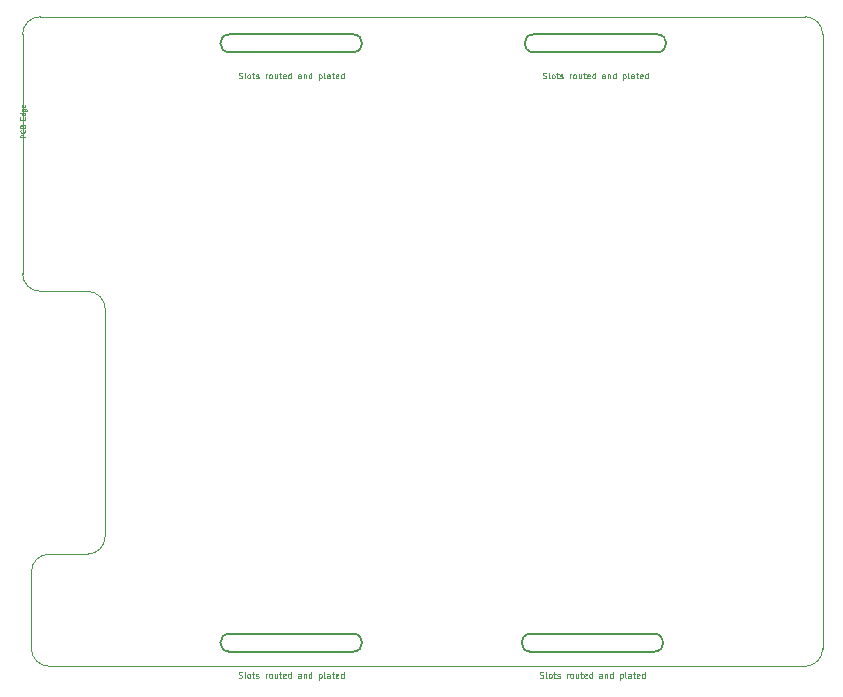
<source format=gbr>
%TF.GenerationSoftware,KiCad,Pcbnew,(5.1.0-0)*%
%TF.CreationDate,2019-05-08T03:50:09+02:00*%
%TF.ProjectId,VFD_Watch,5646445f-5761-4746-9368-2e6b69636164,rev?*%
%TF.SameCoordinates,Original*%
%TF.FileFunction,Drawing*%
%FSLAX46Y46*%
G04 Gerber Fmt 4.6, Leading zero omitted, Abs format (unit mm)*
G04 Created by KiCad (PCBNEW (5.1.0-0)) date 2019-05-08 03:50:09*
%MOMM*%
%LPD*%
G04 APERTURE LIST*
%ADD10C,0.050000*%
%ADD11C,0.150000*%
%ADD12C,0.100000*%
%ADD13C,0.040000*%
G04 APERTURE END LIST*
D10*
X93750000Y-117000000D02*
G75*
G02X92250000Y-118500000I-1500000J0D01*
G01*
X92250000Y-96250000D02*
G75*
G02X93750000Y-97750000I0J-1500000D01*
G01*
X88250000Y-96250000D02*
G75*
G02X86750000Y-94750000I0J1500000D01*
G01*
X87500000Y-120000000D02*
G75*
G02X89000000Y-118500000I1500000J0D01*
G01*
X89000000Y-128000000D02*
G75*
G02X87500000Y-126500000I0J1500000D01*
G01*
X154500000Y-126500000D02*
G75*
G02X153000000Y-128000000I-1500000J0D01*
G01*
X153000000Y-73000000D02*
G75*
G02X154500000Y-74500000I0J-1500000D01*
G01*
X86750000Y-74500000D02*
G75*
G02X88250000Y-73000000I1500000J0D01*
G01*
X87500000Y-120000000D02*
X87500000Y-126500000D01*
X92250000Y-118500000D02*
X89000000Y-118500000D01*
X93750000Y-97750000D02*
X93750000Y-117000000D01*
X88250000Y-96250000D02*
X92250000Y-96250000D01*
X86750000Y-76750000D02*
X86750000Y-94750000D01*
X86750000Y-74500000D02*
X86750000Y-76750000D01*
X153000000Y-73000000D02*
X88250000Y-73000000D01*
X154500000Y-74500000D02*
X154500000Y-126500000D01*
X89000000Y-128000000D02*
X153000000Y-128000000D01*
D11*
X140500000Y-76000000D02*
X130000000Y-76000000D01*
X130000000Y-74500000D02*
X140500000Y-74500000D01*
X140500000Y-74500000D02*
G75*
G02X140500000Y-76000000I0J-750000D01*
G01*
X130000000Y-76000000D02*
G75*
G02X130000000Y-74500000I0J750000D01*
G01*
X114750000Y-76000000D02*
X104250000Y-76000000D01*
X104250000Y-74500000D02*
X114750000Y-74500000D01*
X114750000Y-74500000D02*
G75*
G02X114750000Y-76000000I0J-750000D01*
G01*
X104250000Y-76000000D02*
G75*
G02X104250000Y-74500000I0J750000D01*
G01*
X140250000Y-126750000D02*
X129750000Y-126750000D01*
X129750000Y-125250000D02*
X140250000Y-125250000D01*
X140250000Y-125250000D02*
G75*
G02X140250000Y-126750000I0J-750000D01*
G01*
X129750000Y-126750000D02*
G75*
G02X129750000Y-125250000I0J750000D01*
G01*
X114750000Y-126750000D02*
X104250000Y-126750000D01*
X104250000Y-125250000D02*
X114750000Y-125250000D01*
X114750000Y-125250000D02*
G75*
G02X114750000Y-126750000I0J-750000D01*
G01*
X104250000Y-126750000D02*
G75*
G02X104250000Y-125250000I0J750000D01*
G01*
D12*
X130797619Y-78202380D02*
X130869047Y-78226190D01*
X130988095Y-78226190D01*
X131035714Y-78202380D01*
X131059523Y-78178571D01*
X131083333Y-78130952D01*
X131083333Y-78083333D01*
X131059523Y-78035714D01*
X131035714Y-78011904D01*
X130988095Y-77988095D01*
X130892857Y-77964285D01*
X130845238Y-77940476D01*
X130821428Y-77916666D01*
X130797619Y-77869047D01*
X130797619Y-77821428D01*
X130821428Y-77773809D01*
X130845238Y-77750000D01*
X130892857Y-77726190D01*
X131011904Y-77726190D01*
X131083333Y-77750000D01*
X131369047Y-78226190D02*
X131321428Y-78202380D01*
X131297619Y-78154761D01*
X131297619Y-77726190D01*
X131630952Y-78226190D02*
X131583333Y-78202380D01*
X131559523Y-78178571D01*
X131535714Y-78130952D01*
X131535714Y-77988095D01*
X131559523Y-77940476D01*
X131583333Y-77916666D01*
X131630952Y-77892857D01*
X131702380Y-77892857D01*
X131750000Y-77916666D01*
X131773809Y-77940476D01*
X131797619Y-77988095D01*
X131797619Y-78130952D01*
X131773809Y-78178571D01*
X131750000Y-78202380D01*
X131702380Y-78226190D01*
X131630952Y-78226190D01*
X131940476Y-77892857D02*
X132130952Y-77892857D01*
X132011904Y-77726190D02*
X132011904Y-78154761D01*
X132035714Y-78202380D01*
X132083333Y-78226190D01*
X132130952Y-78226190D01*
X132273809Y-78202380D02*
X132321428Y-78226190D01*
X132416666Y-78226190D01*
X132464285Y-78202380D01*
X132488095Y-78154761D01*
X132488095Y-78130952D01*
X132464285Y-78083333D01*
X132416666Y-78059523D01*
X132345238Y-78059523D01*
X132297619Y-78035714D01*
X132273809Y-77988095D01*
X132273809Y-77964285D01*
X132297619Y-77916666D01*
X132345238Y-77892857D01*
X132416666Y-77892857D01*
X132464285Y-77916666D01*
X133083333Y-78226190D02*
X133083333Y-77892857D01*
X133083333Y-77988095D02*
X133107142Y-77940476D01*
X133130952Y-77916666D01*
X133178571Y-77892857D01*
X133226190Y-77892857D01*
X133464285Y-78226190D02*
X133416666Y-78202380D01*
X133392857Y-78178571D01*
X133369047Y-78130952D01*
X133369047Y-77988095D01*
X133392857Y-77940476D01*
X133416666Y-77916666D01*
X133464285Y-77892857D01*
X133535714Y-77892857D01*
X133583333Y-77916666D01*
X133607142Y-77940476D01*
X133630952Y-77988095D01*
X133630952Y-78130952D01*
X133607142Y-78178571D01*
X133583333Y-78202380D01*
X133535714Y-78226190D01*
X133464285Y-78226190D01*
X134059523Y-77892857D02*
X134059523Y-78226190D01*
X133845238Y-77892857D02*
X133845238Y-78154761D01*
X133869047Y-78202380D01*
X133916666Y-78226190D01*
X133988095Y-78226190D01*
X134035714Y-78202380D01*
X134059523Y-78178571D01*
X134226190Y-77892857D02*
X134416666Y-77892857D01*
X134297619Y-77726190D02*
X134297619Y-78154761D01*
X134321428Y-78202380D01*
X134369047Y-78226190D01*
X134416666Y-78226190D01*
X134773809Y-78202380D02*
X134726190Y-78226190D01*
X134630952Y-78226190D01*
X134583333Y-78202380D01*
X134559523Y-78154761D01*
X134559523Y-77964285D01*
X134583333Y-77916666D01*
X134630952Y-77892857D01*
X134726190Y-77892857D01*
X134773809Y-77916666D01*
X134797619Y-77964285D01*
X134797619Y-78011904D01*
X134559523Y-78059523D01*
X135226190Y-78226190D02*
X135226190Y-77726190D01*
X135226190Y-78202380D02*
X135178571Y-78226190D01*
X135083333Y-78226190D01*
X135035714Y-78202380D01*
X135011904Y-78178571D01*
X134988095Y-78130952D01*
X134988095Y-77988095D01*
X135011904Y-77940476D01*
X135035714Y-77916666D01*
X135083333Y-77892857D01*
X135178571Y-77892857D01*
X135226190Y-77916666D01*
X136059523Y-78226190D02*
X136059523Y-77964285D01*
X136035714Y-77916666D01*
X135988095Y-77892857D01*
X135892857Y-77892857D01*
X135845238Y-77916666D01*
X136059523Y-78202380D02*
X136011904Y-78226190D01*
X135892857Y-78226190D01*
X135845238Y-78202380D01*
X135821428Y-78154761D01*
X135821428Y-78107142D01*
X135845238Y-78059523D01*
X135892857Y-78035714D01*
X136011904Y-78035714D01*
X136059523Y-78011904D01*
X136297619Y-77892857D02*
X136297619Y-78226190D01*
X136297619Y-77940476D02*
X136321428Y-77916666D01*
X136369047Y-77892857D01*
X136440476Y-77892857D01*
X136488095Y-77916666D01*
X136511904Y-77964285D01*
X136511904Y-78226190D01*
X136964285Y-78226190D02*
X136964285Y-77726190D01*
X136964285Y-78202380D02*
X136916666Y-78226190D01*
X136821428Y-78226190D01*
X136773809Y-78202380D01*
X136750000Y-78178571D01*
X136726190Y-78130952D01*
X136726190Y-77988095D01*
X136750000Y-77940476D01*
X136773809Y-77916666D01*
X136821428Y-77892857D01*
X136916666Y-77892857D01*
X136964285Y-77916666D01*
X137583333Y-77892857D02*
X137583333Y-78392857D01*
X137583333Y-77916666D02*
X137630952Y-77892857D01*
X137726190Y-77892857D01*
X137773809Y-77916666D01*
X137797619Y-77940476D01*
X137821428Y-77988095D01*
X137821428Y-78130952D01*
X137797619Y-78178571D01*
X137773809Y-78202380D01*
X137726190Y-78226190D01*
X137630952Y-78226190D01*
X137583333Y-78202380D01*
X138107142Y-78226190D02*
X138059523Y-78202380D01*
X138035714Y-78154761D01*
X138035714Y-77726190D01*
X138511904Y-78226190D02*
X138511904Y-77964285D01*
X138488095Y-77916666D01*
X138440476Y-77892857D01*
X138345238Y-77892857D01*
X138297619Y-77916666D01*
X138511904Y-78202380D02*
X138464285Y-78226190D01*
X138345238Y-78226190D01*
X138297619Y-78202380D01*
X138273809Y-78154761D01*
X138273809Y-78107142D01*
X138297619Y-78059523D01*
X138345238Y-78035714D01*
X138464285Y-78035714D01*
X138511904Y-78011904D01*
X138678571Y-77892857D02*
X138869047Y-77892857D01*
X138750000Y-77726190D02*
X138750000Y-78154761D01*
X138773809Y-78202380D01*
X138821428Y-78226190D01*
X138869047Y-78226190D01*
X139226190Y-78202380D02*
X139178571Y-78226190D01*
X139083333Y-78226190D01*
X139035714Y-78202380D01*
X139011904Y-78154761D01*
X139011904Y-77964285D01*
X139035714Y-77916666D01*
X139083333Y-77892857D01*
X139178571Y-77892857D01*
X139226190Y-77916666D01*
X139250000Y-77964285D01*
X139250000Y-78011904D01*
X139011904Y-78059523D01*
X139678571Y-78226190D02*
X139678571Y-77726190D01*
X139678571Y-78202380D02*
X139630952Y-78226190D01*
X139535714Y-78226190D01*
X139488095Y-78202380D01*
X139464285Y-78178571D01*
X139440476Y-78130952D01*
X139440476Y-77988095D01*
X139464285Y-77940476D01*
X139488095Y-77916666D01*
X139535714Y-77892857D01*
X139630952Y-77892857D01*
X139678571Y-77916666D01*
X105047619Y-78202380D02*
X105119047Y-78226190D01*
X105238095Y-78226190D01*
X105285714Y-78202380D01*
X105309523Y-78178571D01*
X105333333Y-78130952D01*
X105333333Y-78083333D01*
X105309523Y-78035714D01*
X105285714Y-78011904D01*
X105238095Y-77988095D01*
X105142857Y-77964285D01*
X105095238Y-77940476D01*
X105071428Y-77916666D01*
X105047619Y-77869047D01*
X105047619Y-77821428D01*
X105071428Y-77773809D01*
X105095238Y-77750000D01*
X105142857Y-77726190D01*
X105261904Y-77726190D01*
X105333333Y-77750000D01*
X105619047Y-78226190D02*
X105571428Y-78202380D01*
X105547619Y-78154761D01*
X105547619Y-77726190D01*
X105880952Y-78226190D02*
X105833333Y-78202380D01*
X105809523Y-78178571D01*
X105785714Y-78130952D01*
X105785714Y-77988095D01*
X105809523Y-77940476D01*
X105833333Y-77916666D01*
X105880952Y-77892857D01*
X105952380Y-77892857D01*
X106000000Y-77916666D01*
X106023809Y-77940476D01*
X106047619Y-77988095D01*
X106047619Y-78130952D01*
X106023809Y-78178571D01*
X106000000Y-78202380D01*
X105952380Y-78226190D01*
X105880952Y-78226190D01*
X106190476Y-77892857D02*
X106380952Y-77892857D01*
X106261904Y-77726190D02*
X106261904Y-78154761D01*
X106285714Y-78202380D01*
X106333333Y-78226190D01*
X106380952Y-78226190D01*
X106523809Y-78202380D02*
X106571428Y-78226190D01*
X106666666Y-78226190D01*
X106714285Y-78202380D01*
X106738095Y-78154761D01*
X106738095Y-78130952D01*
X106714285Y-78083333D01*
X106666666Y-78059523D01*
X106595238Y-78059523D01*
X106547619Y-78035714D01*
X106523809Y-77988095D01*
X106523809Y-77964285D01*
X106547619Y-77916666D01*
X106595238Y-77892857D01*
X106666666Y-77892857D01*
X106714285Y-77916666D01*
X107333333Y-78226190D02*
X107333333Y-77892857D01*
X107333333Y-77988095D02*
X107357142Y-77940476D01*
X107380952Y-77916666D01*
X107428571Y-77892857D01*
X107476190Y-77892857D01*
X107714285Y-78226190D02*
X107666666Y-78202380D01*
X107642857Y-78178571D01*
X107619047Y-78130952D01*
X107619047Y-77988095D01*
X107642857Y-77940476D01*
X107666666Y-77916666D01*
X107714285Y-77892857D01*
X107785714Y-77892857D01*
X107833333Y-77916666D01*
X107857142Y-77940476D01*
X107880952Y-77988095D01*
X107880952Y-78130952D01*
X107857142Y-78178571D01*
X107833333Y-78202380D01*
X107785714Y-78226190D01*
X107714285Y-78226190D01*
X108309523Y-77892857D02*
X108309523Y-78226190D01*
X108095238Y-77892857D02*
X108095238Y-78154761D01*
X108119047Y-78202380D01*
X108166666Y-78226190D01*
X108238095Y-78226190D01*
X108285714Y-78202380D01*
X108309523Y-78178571D01*
X108476190Y-77892857D02*
X108666666Y-77892857D01*
X108547619Y-77726190D02*
X108547619Y-78154761D01*
X108571428Y-78202380D01*
X108619047Y-78226190D01*
X108666666Y-78226190D01*
X109023809Y-78202380D02*
X108976190Y-78226190D01*
X108880952Y-78226190D01*
X108833333Y-78202380D01*
X108809523Y-78154761D01*
X108809523Y-77964285D01*
X108833333Y-77916666D01*
X108880952Y-77892857D01*
X108976190Y-77892857D01*
X109023809Y-77916666D01*
X109047619Y-77964285D01*
X109047619Y-78011904D01*
X108809523Y-78059523D01*
X109476190Y-78226190D02*
X109476190Y-77726190D01*
X109476190Y-78202380D02*
X109428571Y-78226190D01*
X109333333Y-78226190D01*
X109285714Y-78202380D01*
X109261904Y-78178571D01*
X109238095Y-78130952D01*
X109238095Y-77988095D01*
X109261904Y-77940476D01*
X109285714Y-77916666D01*
X109333333Y-77892857D01*
X109428571Y-77892857D01*
X109476190Y-77916666D01*
X110309523Y-78226190D02*
X110309523Y-77964285D01*
X110285714Y-77916666D01*
X110238095Y-77892857D01*
X110142857Y-77892857D01*
X110095238Y-77916666D01*
X110309523Y-78202380D02*
X110261904Y-78226190D01*
X110142857Y-78226190D01*
X110095238Y-78202380D01*
X110071428Y-78154761D01*
X110071428Y-78107142D01*
X110095238Y-78059523D01*
X110142857Y-78035714D01*
X110261904Y-78035714D01*
X110309523Y-78011904D01*
X110547619Y-77892857D02*
X110547619Y-78226190D01*
X110547619Y-77940476D02*
X110571428Y-77916666D01*
X110619047Y-77892857D01*
X110690476Y-77892857D01*
X110738095Y-77916666D01*
X110761904Y-77964285D01*
X110761904Y-78226190D01*
X111214285Y-78226190D02*
X111214285Y-77726190D01*
X111214285Y-78202380D02*
X111166666Y-78226190D01*
X111071428Y-78226190D01*
X111023809Y-78202380D01*
X111000000Y-78178571D01*
X110976190Y-78130952D01*
X110976190Y-77988095D01*
X111000000Y-77940476D01*
X111023809Y-77916666D01*
X111071428Y-77892857D01*
X111166666Y-77892857D01*
X111214285Y-77916666D01*
X111833333Y-77892857D02*
X111833333Y-78392857D01*
X111833333Y-77916666D02*
X111880952Y-77892857D01*
X111976190Y-77892857D01*
X112023809Y-77916666D01*
X112047619Y-77940476D01*
X112071428Y-77988095D01*
X112071428Y-78130952D01*
X112047619Y-78178571D01*
X112023809Y-78202380D01*
X111976190Y-78226190D01*
X111880952Y-78226190D01*
X111833333Y-78202380D01*
X112357142Y-78226190D02*
X112309523Y-78202380D01*
X112285714Y-78154761D01*
X112285714Y-77726190D01*
X112761904Y-78226190D02*
X112761904Y-77964285D01*
X112738095Y-77916666D01*
X112690476Y-77892857D01*
X112595238Y-77892857D01*
X112547619Y-77916666D01*
X112761904Y-78202380D02*
X112714285Y-78226190D01*
X112595238Y-78226190D01*
X112547619Y-78202380D01*
X112523809Y-78154761D01*
X112523809Y-78107142D01*
X112547619Y-78059523D01*
X112595238Y-78035714D01*
X112714285Y-78035714D01*
X112761904Y-78011904D01*
X112928571Y-77892857D02*
X113119047Y-77892857D01*
X113000000Y-77726190D02*
X113000000Y-78154761D01*
X113023809Y-78202380D01*
X113071428Y-78226190D01*
X113119047Y-78226190D01*
X113476190Y-78202380D02*
X113428571Y-78226190D01*
X113333333Y-78226190D01*
X113285714Y-78202380D01*
X113261904Y-78154761D01*
X113261904Y-77964285D01*
X113285714Y-77916666D01*
X113333333Y-77892857D01*
X113428571Y-77892857D01*
X113476190Y-77916666D01*
X113500000Y-77964285D01*
X113500000Y-78011904D01*
X113261904Y-78059523D01*
X113928571Y-78226190D02*
X113928571Y-77726190D01*
X113928571Y-78202380D02*
X113880952Y-78226190D01*
X113785714Y-78226190D01*
X113738095Y-78202380D01*
X113714285Y-78178571D01*
X113690476Y-78130952D01*
X113690476Y-77988095D01*
X113714285Y-77940476D01*
X113738095Y-77916666D01*
X113785714Y-77892857D01*
X113880952Y-77892857D01*
X113928571Y-77916666D01*
X130547619Y-128952380D02*
X130619047Y-128976190D01*
X130738095Y-128976190D01*
X130785714Y-128952380D01*
X130809523Y-128928571D01*
X130833333Y-128880952D01*
X130833333Y-128833333D01*
X130809523Y-128785714D01*
X130785714Y-128761904D01*
X130738095Y-128738095D01*
X130642857Y-128714285D01*
X130595238Y-128690476D01*
X130571428Y-128666666D01*
X130547619Y-128619047D01*
X130547619Y-128571428D01*
X130571428Y-128523809D01*
X130595238Y-128500000D01*
X130642857Y-128476190D01*
X130761904Y-128476190D01*
X130833333Y-128500000D01*
X131119047Y-128976190D02*
X131071428Y-128952380D01*
X131047619Y-128904761D01*
X131047619Y-128476190D01*
X131380952Y-128976190D02*
X131333333Y-128952380D01*
X131309523Y-128928571D01*
X131285714Y-128880952D01*
X131285714Y-128738095D01*
X131309523Y-128690476D01*
X131333333Y-128666666D01*
X131380952Y-128642857D01*
X131452380Y-128642857D01*
X131500000Y-128666666D01*
X131523809Y-128690476D01*
X131547619Y-128738095D01*
X131547619Y-128880952D01*
X131523809Y-128928571D01*
X131500000Y-128952380D01*
X131452380Y-128976190D01*
X131380952Y-128976190D01*
X131690476Y-128642857D02*
X131880952Y-128642857D01*
X131761904Y-128476190D02*
X131761904Y-128904761D01*
X131785714Y-128952380D01*
X131833333Y-128976190D01*
X131880952Y-128976190D01*
X132023809Y-128952380D02*
X132071428Y-128976190D01*
X132166666Y-128976190D01*
X132214285Y-128952380D01*
X132238095Y-128904761D01*
X132238095Y-128880952D01*
X132214285Y-128833333D01*
X132166666Y-128809523D01*
X132095238Y-128809523D01*
X132047619Y-128785714D01*
X132023809Y-128738095D01*
X132023809Y-128714285D01*
X132047619Y-128666666D01*
X132095238Y-128642857D01*
X132166666Y-128642857D01*
X132214285Y-128666666D01*
X132833333Y-128976190D02*
X132833333Y-128642857D01*
X132833333Y-128738095D02*
X132857142Y-128690476D01*
X132880952Y-128666666D01*
X132928571Y-128642857D01*
X132976190Y-128642857D01*
X133214285Y-128976190D02*
X133166666Y-128952380D01*
X133142857Y-128928571D01*
X133119047Y-128880952D01*
X133119047Y-128738095D01*
X133142857Y-128690476D01*
X133166666Y-128666666D01*
X133214285Y-128642857D01*
X133285714Y-128642857D01*
X133333333Y-128666666D01*
X133357142Y-128690476D01*
X133380952Y-128738095D01*
X133380952Y-128880952D01*
X133357142Y-128928571D01*
X133333333Y-128952380D01*
X133285714Y-128976190D01*
X133214285Y-128976190D01*
X133809523Y-128642857D02*
X133809523Y-128976190D01*
X133595238Y-128642857D02*
X133595238Y-128904761D01*
X133619047Y-128952380D01*
X133666666Y-128976190D01*
X133738095Y-128976190D01*
X133785714Y-128952380D01*
X133809523Y-128928571D01*
X133976190Y-128642857D02*
X134166666Y-128642857D01*
X134047619Y-128476190D02*
X134047619Y-128904761D01*
X134071428Y-128952380D01*
X134119047Y-128976190D01*
X134166666Y-128976190D01*
X134523809Y-128952380D02*
X134476190Y-128976190D01*
X134380952Y-128976190D01*
X134333333Y-128952380D01*
X134309523Y-128904761D01*
X134309523Y-128714285D01*
X134333333Y-128666666D01*
X134380952Y-128642857D01*
X134476190Y-128642857D01*
X134523809Y-128666666D01*
X134547619Y-128714285D01*
X134547619Y-128761904D01*
X134309523Y-128809523D01*
X134976190Y-128976190D02*
X134976190Y-128476190D01*
X134976190Y-128952380D02*
X134928571Y-128976190D01*
X134833333Y-128976190D01*
X134785714Y-128952380D01*
X134761904Y-128928571D01*
X134738095Y-128880952D01*
X134738095Y-128738095D01*
X134761904Y-128690476D01*
X134785714Y-128666666D01*
X134833333Y-128642857D01*
X134928571Y-128642857D01*
X134976190Y-128666666D01*
X135809523Y-128976190D02*
X135809523Y-128714285D01*
X135785714Y-128666666D01*
X135738095Y-128642857D01*
X135642857Y-128642857D01*
X135595238Y-128666666D01*
X135809523Y-128952380D02*
X135761904Y-128976190D01*
X135642857Y-128976190D01*
X135595238Y-128952380D01*
X135571428Y-128904761D01*
X135571428Y-128857142D01*
X135595238Y-128809523D01*
X135642857Y-128785714D01*
X135761904Y-128785714D01*
X135809523Y-128761904D01*
X136047619Y-128642857D02*
X136047619Y-128976190D01*
X136047619Y-128690476D02*
X136071428Y-128666666D01*
X136119047Y-128642857D01*
X136190476Y-128642857D01*
X136238095Y-128666666D01*
X136261904Y-128714285D01*
X136261904Y-128976190D01*
X136714285Y-128976190D02*
X136714285Y-128476190D01*
X136714285Y-128952380D02*
X136666666Y-128976190D01*
X136571428Y-128976190D01*
X136523809Y-128952380D01*
X136500000Y-128928571D01*
X136476190Y-128880952D01*
X136476190Y-128738095D01*
X136500000Y-128690476D01*
X136523809Y-128666666D01*
X136571428Y-128642857D01*
X136666666Y-128642857D01*
X136714285Y-128666666D01*
X137333333Y-128642857D02*
X137333333Y-129142857D01*
X137333333Y-128666666D02*
X137380952Y-128642857D01*
X137476190Y-128642857D01*
X137523809Y-128666666D01*
X137547619Y-128690476D01*
X137571428Y-128738095D01*
X137571428Y-128880952D01*
X137547619Y-128928571D01*
X137523809Y-128952380D01*
X137476190Y-128976190D01*
X137380952Y-128976190D01*
X137333333Y-128952380D01*
X137857142Y-128976190D02*
X137809523Y-128952380D01*
X137785714Y-128904761D01*
X137785714Y-128476190D01*
X138261904Y-128976190D02*
X138261904Y-128714285D01*
X138238095Y-128666666D01*
X138190476Y-128642857D01*
X138095238Y-128642857D01*
X138047619Y-128666666D01*
X138261904Y-128952380D02*
X138214285Y-128976190D01*
X138095238Y-128976190D01*
X138047619Y-128952380D01*
X138023809Y-128904761D01*
X138023809Y-128857142D01*
X138047619Y-128809523D01*
X138095238Y-128785714D01*
X138214285Y-128785714D01*
X138261904Y-128761904D01*
X138428571Y-128642857D02*
X138619047Y-128642857D01*
X138500000Y-128476190D02*
X138500000Y-128904761D01*
X138523809Y-128952380D01*
X138571428Y-128976190D01*
X138619047Y-128976190D01*
X138976190Y-128952380D02*
X138928571Y-128976190D01*
X138833333Y-128976190D01*
X138785714Y-128952380D01*
X138761904Y-128904761D01*
X138761904Y-128714285D01*
X138785714Y-128666666D01*
X138833333Y-128642857D01*
X138928571Y-128642857D01*
X138976190Y-128666666D01*
X139000000Y-128714285D01*
X139000000Y-128761904D01*
X138761904Y-128809523D01*
X139428571Y-128976190D02*
X139428571Y-128476190D01*
X139428571Y-128952380D02*
X139380952Y-128976190D01*
X139285714Y-128976190D01*
X139238095Y-128952380D01*
X139214285Y-128928571D01*
X139190476Y-128880952D01*
X139190476Y-128738095D01*
X139214285Y-128690476D01*
X139238095Y-128666666D01*
X139285714Y-128642857D01*
X139380952Y-128642857D01*
X139428571Y-128666666D01*
X105047619Y-128952380D02*
X105119047Y-128976190D01*
X105238095Y-128976190D01*
X105285714Y-128952380D01*
X105309523Y-128928571D01*
X105333333Y-128880952D01*
X105333333Y-128833333D01*
X105309523Y-128785714D01*
X105285714Y-128761904D01*
X105238095Y-128738095D01*
X105142857Y-128714285D01*
X105095238Y-128690476D01*
X105071428Y-128666666D01*
X105047619Y-128619047D01*
X105047619Y-128571428D01*
X105071428Y-128523809D01*
X105095238Y-128500000D01*
X105142857Y-128476190D01*
X105261904Y-128476190D01*
X105333333Y-128500000D01*
X105619047Y-128976190D02*
X105571428Y-128952380D01*
X105547619Y-128904761D01*
X105547619Y-128476190D01*
X105880952Y-128976190D02*
X105833333Y-128952380D01*
X105809523Y-128928571D01*
X105785714Y-128880952D01*
X105785714Y-128738095D01*
X105809523Y-128690476D01*
X105833333Y-128666666D01*
X105880952Y-128642857D01*
X105952380Y-128642857D01*
X106000000Y-128666666D01*
X106023809Y-128690476D01*
X106047619Y-128738095D01*
X106047619Y-128880952D01*
X106023809Y-128928571D01*
X106000000Y-128952380D01*
X105952380Y-128976190D01*
X105880952Y-128976190D01*
X106190476Y-128642857D02*
X106380952Y-128642857D01*
X106261904Y-128476190D02*
X106261904Y-128904761D01*
X106285714Y-128952380D01*
X106333333Y-128976190D01*
X106380952Y-128976190D01*
X106523809Y-128952380D02*
X106571428Y-128976190D01*
X106666666Y-128976190D01*
X106714285Y-128952380D01*
X106738095Y-128904761D01*
X106738095Y-128880952D01*
X106714285Y-128833333D01*
X106666666Y-128809523D01*
X106595238Y-128809523D01*
X106547619Y-128785714D01*
X106523809Y-128738095D01*
X106523809Y-128714285D01*
X106547619Y-128666666D01*
X106595238Y-128642857D01*
X106666666Y-128642857D01*
X106714285Y-128666666D01*
X107333333Y-128976190D02*
X107333333Y-128642857D01*
X107333333Y-128738095D02*
X107357142Y-128690476D01*
X107380952Y-128666666D01*
X107428571Y-128642857D01*
X107476190Y-128642857D01*
X107714285Y-128976190D02*
X107666666Y-128952380D01*
X107642857Y-128928571D01*
X107619047Y-128880952D01*
X107619047Y-128738095D01*
X107642857Y-128690476D01*
X107666666Y-128666666D01*
X107714285Y-128642857D01*
X107785714Y-128642857D01*
X107833333Y-128666666D01*
X107857142Y-128690476D01*
X107880952Y-128738095D01*
X107880952Y-128880952D01*
X107857142Y-128928571D01*
X107833333Y-128952380D01*
X107785714Y-128976190D01*
X107714285Y-128976190D01*
X108309523Y-128642857D02*
X108309523Y-128976190D01*
X108095238Y-128642857D02*
X108095238Y-128904761D01*
X108119047Y-128952380D01*
X108166666Y-128976190D01*
X108238095Y-128976190D01*
X108285714Y-128952380D01*
X108309523Y-128928571D01*
X108476190Y-128642857D02*
X108666666Y-128642857D01*
X108547619Y-128476190D02*
X108547619Y-128904761D01*
X108571428Y-128952380D01*
X108619047Y-128976190D01*
X108666666Y-128976190D01*
X109023809Y-128952380D02*
X108976190Y-128976190D01*
X108880952Y-128976190D01*
X108833333Y-128952380D01*
X108809523Y-128904761D01*
X108809523Y-128714285D01*
X108833333Y-128666666D01*
X108880952Y-128642857D01*
X108976190Y-128642857D01*
X109023809Y-128666666D01*
X109047619Y-128714285D01*
X109047619Y-128761904D01*
X108809523Y-128809523D01*
X109476190Y-128976190D02*
X109476190Y-128476190D01*
X109476190Y-128952380D02*
X109428571Y-128976190D01*
X109333333Y-128976190D01*
X109285714Y-128952380D01*
X109261904Y-128928571D01*
X109238095Y-128880952D01*
X109238095Y-128738095D01*
X109261904Y-128690476D01*
X109285714Y-128666666D01*
X109333333Y-128642857D01*
X109428571Y-128642857D01*
X109476190Y-128666666D01*
X110309523Y-128976190D02*
X110309523Y-128714285D01*
X110285714Y-128666666D01*
X110238095Y-128642857D01*
X110142857Y-128642857D01*
X110095238Y-128666666D01*
X110309523Y-128952380D02*
X110261904Y-128976190D01*
X110142857Y-128976190D01*
X110095238Y-128952380D01*
X110071428Y-128904761D01*
X110071428Y-128857142D01*
X110095238Y-128809523D01*
X110142857Y-128785714D01*
X110261904Y-128785714D01*
X110309523Y-128761904D01*
X110547619Y-128642857D02*
X110547619Y-128976190D01*
X110547619Y-128690476D02*
X110571428Y-128666666D01*
X110619047Y-128642857D01*
X110690476Y-128642857D01*
X110738095Y-128666666D01*
X110761904Y-128714285D01*
X110761904Y-128976190D01*
X111214285Y-128976190D02*
X111214285Y-128476190D01*
X111214285Y-128952380D02*
X111166666Y-128976190D01*
X111071428Y-128976190D01*
X111023809Y-128952380D01*
X111000000Y-128928571D01*
X110976190Y-128880952D01*
X110976190Y-128738095D01*
X111000000Y-128690476D01*
X111023809Y-128666666D01*
X111071428Y-128642857D01*
X111166666Y-128642857D01*
X111214285Y-128666666D01*
X111833333Y-128642857D02*
X111833333Y-129142857D01*
X111833333Y-128666666D02*
X111880952Y-128642857D01*
X111976190Y-128642857D01*
X112023809Y-128666666D01*
X112047619Y-128690476D01*
X112071428Y-128738095D01*
X112071428Y-128880952D01*
X112047619Y-128928571D01*
X112023809Y-128952380D01*
X111976190Y-128976190D01*
X111880952Y-128976190D01*
X111833333Y-128952380D01*
X112357142Y-128976190D02*
X112309523Y-128952380D01*
X112285714Y-128904761D01*
X112285714Y-128476190D01*
X112761904Y-128976190D02*
X112761904Y-128714285D01*
X112738095Y-128666666D01*
X112690476Y-128642857D01*
X112595238Y-128642857D01*
X112547619Y-128666666D01*
X112761904Y-128952380D02*
X112714285Y-128976190D01*
X112595238Y-128976190D01*
X112547619Y-128952380D01*
X112523809Y-128904761D01*
X112523809Y-128857142D01*
X112547619Y-128809523D01*
X112595238Y-128785714D01*
X112714285Y-128785714D01*
X112761904Y-128761904D01*
X112928571Y-128642857D02*
X113119047Y-128642857D01*
X113000000Y-128476190D02*
X113000000Y-128904761D01*
X113023809Y-128952380D01*
X113071428Y-128976190D01*
X113119047Y-128976190D01*
X113476190Y-128952380D02*
X113428571Y-128976190D01*
X113333333Y-128976190D01*
X113285714Y-128952380D01*
X113261904Y-128904761D01*
X113261904Y-128714285D01*
X113285714Y-128666666D01*
X113333333Y-128642857D01*
X113428571Y-128642857D01*
X113476190Y-128666666D01*
X113500000Y-128714285D01*
X113500000Y-128761904D01*
X113261904Y-128809523D01*
X113928571Y-128976190D02*
X113928571Y-128476190D01*
X113928571Y-128952380D02*
X113880952Y-128976190D01*
X113785714Y-128976190D01*
X113738095Y-128952380D01*
X113714285Y-128928571D01*
X113690476Y-128880952D01*
X113690476Y-128738095D01*
X113714285Y-128690476D01*
X113738095Y-128666666D01*
X113785714Y-128642857D01*
X113880952Y-128642857D01*
X113928571Y-128666666D01*
D13*
X86960952Y-83211428D02*
X86560952Y-83211428D01*
X86560952Y-83059047D01*
X86580000Y-83020952D01*
X86599047Y-83001904D01*
X86637142Y-82982857D01*
X86694285Y-82982857D01*
X86732380Y-83001904D01*
X86751428Y-83020952D01*
X86770476Y-83059047D01*
X86770476Y-83211428D01*
X86922857Y-82582857D02*
X86941904Y-82601904D01*
X86960952Y-82659047D01*
X86960952Y-82697142D01*
X86941904Y-82754285D01*
X86903809Y-82792380D01*
X86865714Y-82811428D01*
X86789523Y-82830476D01*
X86732380Y-82830476D01*
X86656190Y-82811428D01*
X86618095Y-82792380D01*
X86580000Y-82754285D01*
X86560952Y-82697142D01*
X86560952Y-82659047D01*
X86580000Y-82601904D01*
X86599047Y-82582857D01*
X86751428Y-82278095D02*
X86770476Y-82220952D01*
X86789523Y-82201904D01*
X86827619Y-82182857D01*
X86884761Y-82182857D01*
X86922857Y-82201904D01*
X86941904Y-82220952D01*
X86960952Y-82259047D01*
X86960952Y-82411428D01*
X86560952Y-82411428D01*
X86560952Y-82278095D01*
X86580000Y-82240000D01*
X86599047Y-82220952D01*
X86637142Y-82201904D01*
X86675238Y-82201904D01*
X86713333Y-82220952D01*
X86732380Y-82240000D01*
X86751428Y-82278095D01*
X86751428Y-82411428D01*
X86751428Y-81706666D02*
X86751428Y-81573333D01*
X86960952Y-81516190D02*
X86960952Y-81706666D01*
X86560952Y-81706666D01*
X86560952Y-81516190D01*
X86960952Y-81173333D02*
X86560952Y-81173333D01*
X86941904Y-81173333D02*
X86960952Y-81211428D01*
X86960952Y-81287619D01*
X86941904Y-81325714D01*
X86922857Y-81344761D01*
X86884761Y-81363809D01*
X86770476Y-81363809D01*
X86732380Y-81344761D01*
X86713333Y-81325714D01*
X86694285Y-81287619D01*
X86694285Y-81211428D01*
X86713333Y-81173333D01*
X86694285Y-80811428D02*
X87018095Y-80811428D01*
X87056190Y-80830476D01*
X87075238Y-80849523D01*
X87094285Y-80887619D01*
X87094285Y-80944761D01*
X87075238Y-80982857D01*
X86941904Y-80811428D02*
X86960952Y-80849523D01*
X86960952Y-80925714D01*
X86941904Y-80963809D01*
X86922857Y-80982857D01*
X86884761Y-81001904D01*
X86770476Y-81001904D01*
X86732380Y-80982857D01*
X86713333Y-80963809D01*
X86694285Y-80925714D01*
X86694285Y-80849523D01*
X86713333Y-80811428D01*
X86941904Y-80468571D02*
X86960952Y-80506666D01*
X86960952Y-80582857D01*
X86941904Y-80620952D01*
X86903809Y-80640000D01*
X86751428Y-80640000D01*
X86713333Y-80620952D01*
X86694285Y-80582857D01*
X86694285Y-80506666D01*
X86713333Y-80468571D01*
X86751428Y-80449523D01*
X86789523Y-80449523D01*
X86827619Y-80640000D01*
M02*

</source>
